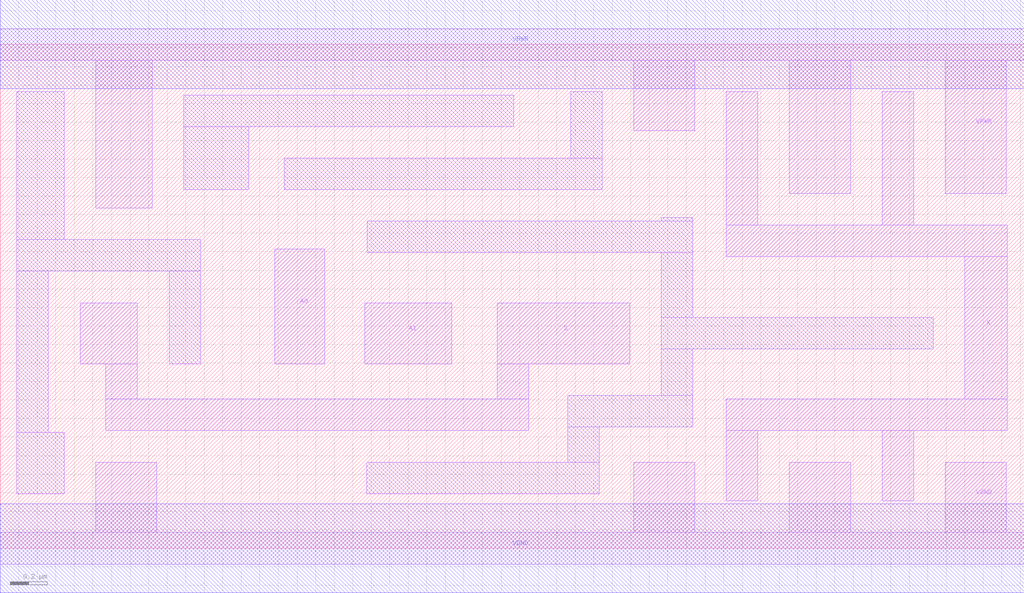
<source format=lef>
# Copyright 2020 The SkyWater PDK Authors
#
# Licensed under the Apache License, Version 2.0 (the "License");
# you may not use this file except in compliance with the License.
# You may obtain a copy of the License at
#
#     https://www.apache.org/licenses/LICENSE-2.0
#
# Unless required by applicable law or agreed to in writing, software
# distributed under the License is distributed on an "AS IS" BASIS,
# WITHOUT WARRANTIES OR CONDITIONS OF ANY KIND, either express or implied.
# See the License for the specific language governing permissions and
# limitations under the License.
#
# SPDX-License-Identifier: Apache-2.0

VERSION 5.5 ;
NAMESCASESENSITIVE ON ;
BUSBITCHARS "[]" ;
DIVIDERCHAR "/" ;
MACRO sky130_fd_sc_hd__mux2_4
  CLASS CORE ;
  SOURCE USER ;
  ORIGIN  0.000000  0.000000 ;
  SIZE  5.520000 BY  2.720000 ;
  SYMMETRY X Y R90 ;
  SITE unithd ;
  PIN A0
    ANTENNAGATEAREA  0.247500 ;
    DIRECTION INPUT ;
    USE SIGNAL ;
    PORT
      LAYER li1 ;
        RECT 1.480000 0.995000 1.750000 1.615000 ;
    END
  END A0
  PIN A1
    ANTENNAGATEAREA  0.247500 ;
    DIRECTION INPUT ;
    USE SIGNAL ;
    PORT
      LAYER li1 ;
        RECT 1.965000 0.995000 2.435000 1.325000 ;
    END
  END A1
  PIN S
    ANTENNAGATEAREA  0.495000 ;
    DIRECTION INPUT ;
    USE SIGNAL ;
    PORT
      LAYER li1 ;
        RECT 0.430000 0.995000 0.740000 1.325000 ;
        RECT 0.570000 0.635000 2.850000 0.805000 ;
        RECT 0.570000 0.805000 0.740000 0.995000 ;
        RECT 2.680000 0.805000 2.850000 0.995000 ;
        RECT 2.680000 0.995000 3.395000 1.325000 ;
    END
  END S
  PIN X
    ANTENNADIFFAREA  0.891000 ;
    DIRECTION OUTPUT ;
    USE SIGNAL ;
    PORT
      LAYER li1 ;
        RECT 3.915000 0.255000 4.085000 0.635000 ;
        RECT 3.915000 0.635000 5.430000 0.805000 ;
        RECT 3.915000 1.575000 5.430000 1.745000 ;
        RECT 3.915000 1.745000 4.085000 2.465000 ;
        RECT 4.755000 0.255000 4.925000 0.635000 ;
        RECT 4.755000 1.745000 4.925000 2.465000 ;
        RECT 5.200000 0.805000 5.430000 1.575000 ;
    END
  END X
  PIN VGND
    DIRECTION INOUT ;
    SHAPE ABUTMENT ;
    USE GROUND ;
    PORT
      LAYER li1 ;
        RECT 0.000000 -0.085000 5.520000 0.085000 ;
        RECT 0.515000  0.085000 0.845000 0.465000 ;
        RECT 3.415000  0.085000 3.745000 0.465000 ;
        RECT 4.255000  0.085000 4.585000 0.465000 ;
        RECT 5.095000  0.085000 5.425000 0.465000 ;
    END
    PORT
      LAYER met1 ;
        RECT 0.000000 -0.240000 5.520000 0.240000 ;
    END
  END VGND
  PIN VPWR
    DIRECTION INOUT ;
    SHAPE ABUTMENT ;
    USE POWER ;
    PORT
      LAYER li1 ;
        RECT 0.000000 2.635000 5.520000 2.805000 ;
        RECT 0.515000 1.835000 0.820000 2.635000 ;
        RECT 3.415000 2.255000 3.745000 2.635000 ;
        RECT 4.255000 1.915000 4.585000 2.635000 ;
        RECT 5.095000 1.915000 5.425000 2.635000 ;
    END
    PORT
      LAYER met1 ;
        RECT 0.000000 2.480000 5.520000 2.960000 ;
    END
  END VPWR
  OBS
    LAYER li1 ;
      RECT 0.090000 0.295000 0.345000 0.625000 ;
      RECT 0.090000 0.625000 0.260000 1.495000 ;
      RECT 0.090000 1.495000 1.080000 1.665000 ;
      RECT 0.090000 1.665000 0.345000 2.465000 ;
      RECT 0.910000 0.995000 1.080000 1.495000 ;
      RECT 0.990000 1.935000 1.340000 2.275000 ;
      RECT 0.990000 2.275000 2.770000 2.445000 ;
      RECT 1.530000 1.935000 3.245000 2.105000 ;
      RECT 1.975000 0.295000 3.230000 0.465000 ;
      RECT 1.980000 1.595000 3.735000 1.765000 ;
      RECT 3.060000 0.465000 3.230000 0.655000 ;
      RECT 3.060000 0.655000 3.735000 0.825000 ;
      RECT 3.075000 2.105000 3.245000 2.465000 ;
      RECT 3.565000 0.825000 3.735000 1.075000 ;
      RECT 3.565000 1.075000 5.030000 1.245000 ;
      RECT 3.565000 1.245000 3.735000 1.595000 ;
      RECT 3.565000 1.765000 3.735000 1.785000 ;
  END
END sky130_fd_sc_hd__mux2_4

</source>
